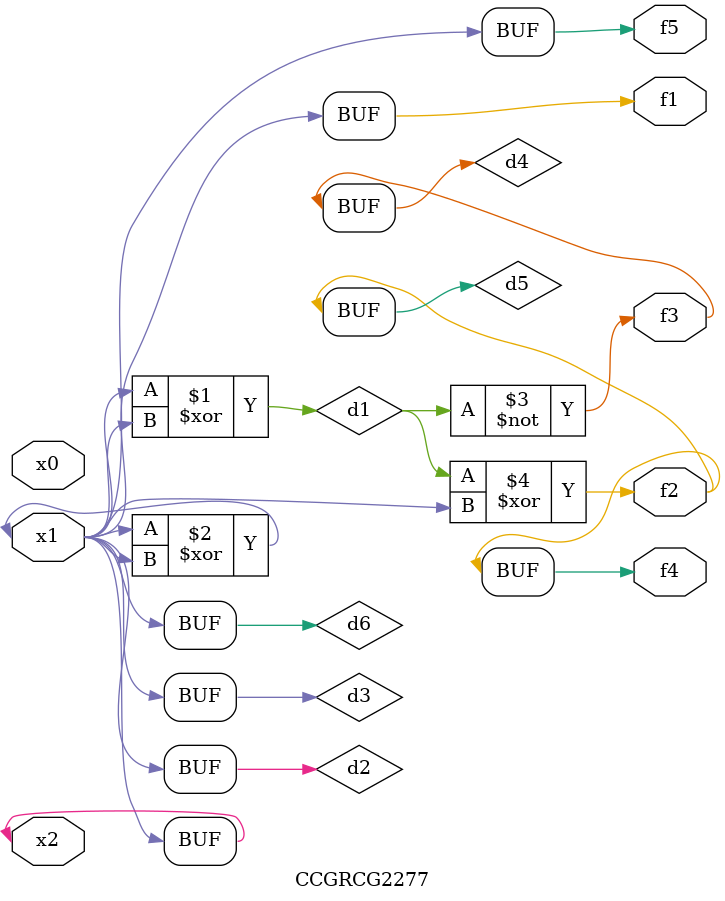
<source format=v>
module CCGRCG2277(
	input x0, x1, x2,
	output f1, f2, f3, f4, f5
);

	wire d1, d2, d3, d4, d5, d6;

	xor (d1, x1, x2);
	buf (d2, x1, x2);
	xor (d3, x1, x2);
	nor (d4, d1);
	xor (d5, d1, d2);
	buf (d6, d2, d3);
	assign f1 = d6;
	assign f2 = d5;
	assign f3 = d4;
	assign f4 = d5;
	assign f5 = d6;
endmodule

</source>
